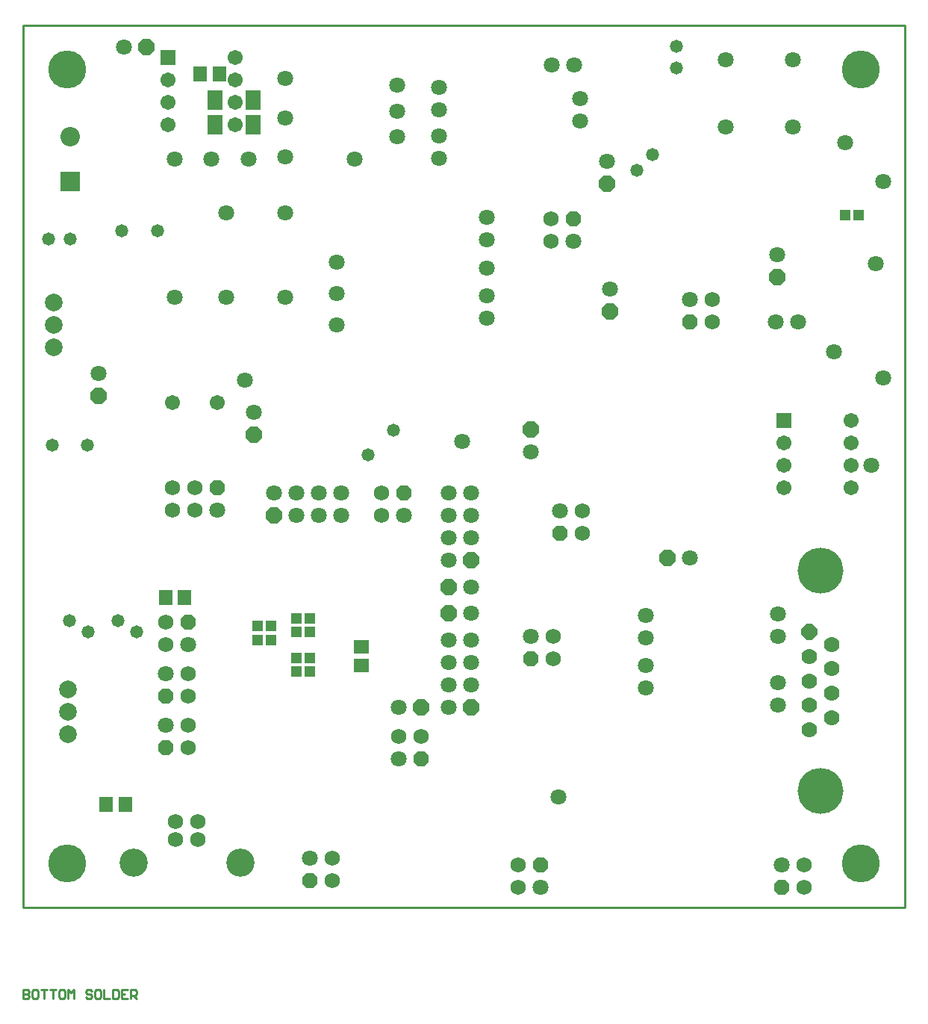
<source format=gbs>
%FSAX24Y24*%
%MOIN*%
G70*
G01*
G75*
G04 Layer_Color=16711935*
%ADD10C,0.0100*%
%ADD11R,0.0630X0.0512*%
%ADD12R,0.0512X0.0630*%
%ADD13R,0.0400X0.0400*%
%ADD14R,0.0400X0.0400*%
%ADD15R,0.0532X0.0394*%
%ADD16R,0.0374X0.0394*%
G04:AMPARAMS|DCode=17|XSize=86.6mil|YSize=27.6mil|CornerRadius=6.9mil|HoleSize=0mil|Usage=FLASHONLY|Rotation=90.000|XOffset=0mil|YOffset=0mil|HoleType=Round|Shape=RoundedRectangle|*
%AMROUNDEDRECTD17*
21,1,0.0866,0.0138,0,0,90.0*
21,1,0.0728,0.0276,0,0,90.0*
1,1,0.0138,0.0069,0.0364*
1,1,0.0138,0.0069,-0.0364*
1,1,0.0138,-0.0069,-0.0364*
1,1,0.0138,-0.0069,0.0364*
%
%ADD17ROUNDEDRECTD17*%
%ADD18O,0.0276X0.0866*%
G04:AMPARAMS|DCode=19|XSize=59.1mil|YSize=15.7mil|CornerRadius=3.9mil|HoleSize=0mil|Usage=FLASHONLY|Rotation=270.000|XOffset=0mil|YOffset=0mil|HoleType=Round|Shape=RoundedRectangle|*
%AMROUNDEDRECTD19*
21,1,0.0591,0.0079,0,0,270.0*
21,1,0.0512,0.0157,0,0,270.0*
1,1,0.0079,-0.0039,-0.0256*
1,1,0.0079,-0.0039,0.0256*
1,1,0.0079,0.0039,0.0256*
1,1,0.0079,0.0039,-0.0256*
%
%ADD19ROUNDEDRECTD19*%
%ADD20R,0.0600X0.0470*%
%ADD21R,0.0472X0.0591*%
%ADD22R,0.0591X0.0472*%
%ADD23R,0.0600X0.0825*%
%ADD24R,0.0550X0.0650*%
%ADD25R,0.0650X0.0550*%
G04:AMPARAMS|DCode=26|XSize=10.2mil|YSize=82.7mil|CornerRadius=2.6mil|HoleSize=0mil|Usage=FLASHONLY|Rotation=270.000|XOffset=0mil|YOffset=0mil|HoleType=Round|Shape=RoundedRectangle|*
%AMROUNDEDRECTD26*
21,1,0.0102,0.0776,0,0,270.0*
21,1,0.0051,0.0827,0,0,270.0*
1,1,0.0051,-0.0388,-0.0026*
1,1,0.0051,-0.0388,0.0026*
1,1,0.0051,0.0388,0.0026*
1,1,0.0051,0.0388,-0.0026*
%
%ADD26ROUNDEDRECTD26*%
G04:AMPARAMS|DCode=27|XSize=10.2mil|YSize=82.7mil|CornerRadius=2.6mil|HoleSize=0mil|Usage=FLASHONLY|Rotation=0.000|XOffset=0mil|YOffset=0mil|HoleType=Round|Shape=RoundedRectangle|*
%AMROUNDEDRECTD27*
21,1,0.0102,0.0776,0,0,0.0*
21,1,0.0051,0.0827,0,0,0.0*
1,1,0.0051,0.0026,-0.0388*
1,1,0.0051,-0.0026,-0.0388*
1,1,0.0051,-0.0026,0.0388*
1,1,0.0051,0.0026,0.0388*
%
%ADD27ROUNDEDRECTD27*%
%ADD28R,0.0394X0.0394*%
%ADD29R,0.1969X0.0827*%
G04:AMPARAMS|DCode=30|XSize=86.6mil|YSize=27.6mil|CornerRadius=6.9mil|HoleSize=0mil|Usage=FLASHONLY|Rotation=0.000|XOffset=0mil|YOffset=0mil|HoleType=Round|Shape=RoundedRectangle|*
%AMROUNDEDRECTD30*
21,1,0.0866,0.0138,0,0,0.0*
21,1,0.0728,0.0276,0,0,0.0*
1,1,0.0138,0.0364,-0.0069*
1,1,0.0138,-0.0364,-0.0069*
1,1,0.0138,-0.0364,0.0069*
1,1,0.0138,0.0364,0.0069*
%
%ADD30ROUNDEDRECTD30*%
%ADD31O,0.0866X0.0276*%
%ADD32R,0.0394X0.0374*%
%ADD33R,0.0394X0.0532*%
%ADD34C,0.1000*%
%ADD35C,0.0400*%
%ADD36C,0.0500*%
%ADD37C,0.0250*%
%ADD38C,0.0300*%
%ADD39C,0.0200*%
%ADD40C,0.0600*%
%ADD41C,0.0150*%
%ADD42C,0.0180*%
%ADD43C,0.0650*%
%ADD44C,0.0800*%
%ADD45C,0.0700*%
%ADD46C,0.0450*%
%ADD47C,0.0550*%
%ADD48C,0.0350*%
%ADD49C,0.0110*%
%ADD50P,0.0682X8X22.5*%
%ADD51C,0.0630*%
%ADD52P,0.0671X8X292.5*%
%ADD53C,0.0620*%
%ADD54C,0.1967*%
%ADD55C,0.0500*%
%ADD56C,0.0591*%
%ADD57R,0.0591X0.0591*%
%ADD58P,0.0649X8X112.5*%
%ADD59C,0.0600*%
%ADD60C,0.0709*%
%ADD61P,0.0682X8X112.5*%
%ADD62C,0.0787*%
%ADD63R,0.0787X0.0787*%
%ADD64P,0.0649X8X202.5*%
%ADD65C,0.1614*%
%ADD66C,0.0610*%
%ADD67C,0.1181*%
%ADD68C,0.1181*%
%ADD69C,0.0450*%
%ADD70C,0.0160*%
%ADD71C,0.0080*%
%ADD72C,0.0090*%
%ADD73C,0.0120*%
%ADD74C,0.0079*%
%ADD75R,0.0710X0.0592*%
%ADD76R,0.0592X0.0710*%
%ADD77R,0.0480X0.0480*%
%ADD78R,0.0480X0.0480*%
%ADD79R,0.0612X0.0474*%
%ADD80R,0.0454X0.0474*%
G04:AMPARAMS|DCode=81|XSize=94.6mil|YSize=35.6mil|CornerRadius=8.9mil|HoleSize=0mil|Usage=FLASHONLY|Rotation=90.000|XOffset=0mil|YOffset=0mil|HoleType=Round|Shape=RoundedRectangle|*
%AMROUNDEDRECTD81*
21,1,0.0946,0.0178,0,0,90.0*
21,1,0.0768,0.0356,0,0,90.0*
1,1,0.0178,0.0089,0.0384*
1,1,0.0178,0.0089,-0.0384*
1,1,0.0178,-0.0089,-0.0384*
1,1,0.0178,-0.0089,0.0384*
%
%ADD81ROUNDEDRECTD81*%
%ADD82O,0.0356X0.0946*%
G04:AMPARAMS|DCode=83|XSize=62.6mil|YSize=19.2mil|CornerRadius=4.8mil|HoleSize=0mil|Usage=FLASHONLY|Rotation=270.000|XOffset=0mil|YOffset=0mil|HoleType=Round|Shape=RoundedRectangle|*
%AMROUNDEDRECTD83*
21,1,0.0626,0.0096,0,0,270.0*
21,1,0.0529,0.0192,0,0,270.0*
1,1,0.0096,-0.0048,-0.0265*
1,1,0.0096,-0.0048,0.0265*
1,1,0.0096,0.0048,0.0265*
1,1,0.0096,0.0048,-0.0265*
%
%ADD83ROUNDEDRECTD83*%
%ADD84R,0.0680X0.0550*%
%ADD85R,0.0552X0.0671*%
%ADD86R,0.0671X0.0552*%
%ADD87R,0.0680X0.0905*%
%ADD88R,0.0630X0.0730*%
G04:AMPARAMS|DCode=89|XSize=62.1mil|YSize=18.7mil|CornerRadius=4.7mil|HoleSize=0mil|Usage=FLASHONLY|Rotation=270.000|XOffset=0mil|YOffset=0mil|HoleType=Round|Shape=RoundedRectangle|*
%AMROUNDEDRECTD89*
21,1,0.0621,0.0094,0,0,270.0*
21,1,0.0527,0.0187,0,0,270.0*
1,1,0.0094,-0.0047,-0.0263*
1,1,0.0094,-0.0047,0.0263*
1,1,0.0094,0.0047,0.0263*
1,1,0.0094,0.0047,-0.0263*
%
%ADD89ROUNDEDRECTD89*%
%ADD90R,0.0730X0.0630*%
G04:AMPARAMS|DCode=91|XSize=13.2mil|YSize=85.7mil|CornerRadius=3.3mil|HoleSize=0mil|Usage=FLASHONLY|Rotation=270.000|XOffset=0mil|YOffset=0mil|HoleType=Round|Shape=RoundedRectangle|*
%AMROUNDEDRECTD91*
21,1,0.0132,0.0791,0,0,270.0*
21,1,0.0066,0.0857,0,0,270.0*
1,1,0.0066,-0.0395,-0.0033*
1,1,0.0066,-0.0395,0.0033*
1,1,0.0066,0.0395,0.0033*
1,1,0.0066,0.0395,-0.0033*
%
%ADD91ROUNDEDRECTD91*%
G04:AMPARAMS|DCode=92|XSize=13.2mil|YSize=85.7mil|CornerRadius=3.3mil|HoleSize=0mil|Usage=FLASHONLY|Rotation=0.000|XOffset=0mil|YOffset=0mil|HoleType=Round|Shape=RoundedRectangle|*
%AMROUNDEDRECTD92*
21,1,0.0132,0.0791,0,0,0.0*
21,1,0.0066,0.0857,0,0,0.0*
1,1,0.0066,0.0033,-0.0395*
1,1,0.0066,-0.0033,-0.0395*
1,1,0.0066,-0.0033,0.0395*
1,1,0.0066,0.0033,0.0395*
%
%ADD92ROUNDEDRECTD92*%
%ADD93R,0.0474X0.0474*%
%ADD94R,0.2049X0.0907*%
G04:AMPARAMS|DCode=95|XSize=94.6mil|YSize=35.6mil|CornerRadius=8.9mil|HoleSize=0mil|Usage=FLASHONLY|Rotation=0.000|XOffset=0mil|YOffset=0mil|HoleType=Round|Shape=RoundedRectangle|*
%AMROUNDEDRECTD95*
21,1,0.0946,0.0178,0,0,0.0*
21,1,0.0768,0.0356,0,0,0.0*
1,1,0.0178,0.0384,-0.0089*
1,1,0.0178,-0.0384,-0.0089*
1,1,0.0178,-0.0384,0.0089*
1,1,0.0178,0.0384,0.0089*
%
%ADD95ROUNDEDRECTD95*%
%ADD96O,0.0946X0.0356*%
%ADD97R,0.0474X0.0454*%
%ADD98R,0.0474X0.0612*%
%ADD99P,0.0768X8X22.5*%
%ADD100C,0.0710*%
%ADD101P,0.0758X8X292.5*%
%ADD102C,0.0700*%
%ADD103C,0.2047*%
%ADD104C,0.0580*%
%ADD105C,0.0671*%
%ADD106R,0.0671X0.0671*%
%ADD107P,0.0736X8X112.5*%
%ADD108C,0.0680*%
%ADD109C,0.0789*%
%ADD110P,0.0768X8X112.5*%
%ADD111C,0.0867*%
%ADD112R,0.0867X0.0867*%
%ADD113P,0.0736X8X202.5*%
%ADD114C,0.1694*%
%ADD115C,0.0690*%
%ADD116C,0.1261*%
%ADD117C,0.1261*%
D10*
X019570Y015680D02*
Y055050D01*
X058940Y015680D02*
Y055050D01*
X019570D02*
X058940D01*
X019570Y015680D02*
X058940D01*
D49*
X019570Y012030D02*
Y011630D01*
X019770D01*
X019837Y011697D01*
Y011763D01*
X019770Y011830D01*
X019570D01*
X019770D01*
X019837Y011897D01*
Y011963D01*
X019770Y012030D01*
X019570D01*
X020170D02*
X020037D01*
X019970Y011963D01*
Y011697D01*
X020037Y011630D01*
X020170D01*
X020236Y011697D01*
Y011963D01*
X020170Y012030D01*
X020370D02*
X020636D01*
X020503D01*
Y011630D01*
X020770Y012030D02*
X021036D01*
X020903D01*
Y011630D01*
X021369Y012030D02*
X021236D01*
X021169Y011963D01*
Y011697D01*
X021236Y011630D01*
X021369D01*
X021436Y011697D01*
Y011963D01*
X021369Y012030D01*
X021569Y011630D02*
Y012030D01*
X021703Y011897D01*
X021836Y012030D01*
Y011630D01*
X022636Y011963D02*
X022569Y012030D01*
X022436D01*
X022369Y011963D01*
Y011897D01*
X022436Y011830D01*
X022569D01*
X022636Y011763D01*
Y011697D01*
X022569Y011630D01*
X022436D01*
X022369Y011697D01*
X022969Y012030D02*
X022836D01*
X022769Y011963D01*
Y011697D01*
X022836Y011630D01*
X022969D01*
X023036Y011697D01*
Y011963D01*
X022969Y012030D01*
X023169D02*
Y011630D01*
X023435D01*
X023569Y012030D02*
Y011630D01*
X023769D01*
X023835Y011697D01*
Y011963D01*
X023769Y012030D01*
X023569D01*
X024235D02*
X023969D01*
Y011630D01*
X024235D01*
X023969Y011830D02*
X024102D01*
X024368Y011630D02*
Y012030D01*
X024568D01*
X024635Y011963D01*
Y011830D01*
X024568Y011763D01*
X024368D01*
X024502D02*
X024635Y011630D01*
D75*
X034670Y027330D02*
D03*
Y026480D02*
D03*
D76*
X023270Y020280D02*
D03*
X024120D02*
D03*
X025920Y029530D02*
D03*
X026770D02*
D03*
X028320Y052900D02*
D03*
X027470D02*
D03*
D77*
X030620Y027620D02*
D03*
X030020D02*
D03*
Y028240D02*
D03*
X030620D02*
D03*
X032370Y027970D02*
D03*
X031770D02*
D03*
Y028600D02*
D03*
X032370D02*
D03*
X032350Y026210D02*
D03*
X031750D02*
D03*
Y026830D02*
D03*
X032350D02*
D03*
X056870Y046580D02*
D03*
X056270D02*
D03*
D87*
X028120Y050630D02*
D03*
Y051730D02*
D03*
X029820Y050630D02*
D03*
Y051730D02*
D03*
D99*
X038570Y029980D02*
D03*
X037320Y024630D02*
D03*
X038570Y028830D02*
D03*
X025070Y054080D02*
D03*
X030770Y033180D02*
D03*
X048320Y031280D02*
D03*
D100*
X039570Y029980D02*
D03*
X053920Y053530D02*
D03*
Y050530D02*
D03*
X050920Y053530D02*
D03*
Y050530D02*
D03*
X034370Y049080D02*
D03*
X044420Y051780D02*
D03*
Y050780D02*
D03*
X043170Y053280D02*
D03*
X038120Y049130D02*
D03*
X031270Y049180D02*
D03*
Y052680D02*
D03*
X038120Y051280D02*
D03*
Y050130D02*
D03*
Y052280D02*
D03*
X036270Y052380D02*
D03*
Y050080D02*
D03*
X047370Y025480D02*
D03*
Y026480D02*
D03*
Y027730D02*
D03*
Y028730D02*
D03*
X053270Y025730D02*
D03*
Y024730D02*
D03*
Y027780D02*
D03*
Y028780D02*
D03*
X043470Y020630D02*
D03*
X056270Y049830D02*
D03*
X028620Y046680D02*
D03*
X029470Y039230D02*
D03*
X027970Y049080D02*
D03*
X029620D02*
D03*
X036320Y024630D02*
D03*
Y022330D02*
D03*
X022920Y039530D02*
D03*
X039570Y028830D02*
D03*
X038570Y024630D02*
D03*
X039570Y025630D02*
D03*
X038570D02*
D03*
Y026630D02*
D03*
Y027630D02*
D03*
X039570D02*
D03*
Y026630D02*
D03*
Y033180D02*
D03*
Y034180D02*
D03*
X038570D02*
D03*
Y033180D02*
D03*
Y032180D02*
D03*
X039570D02*
D03*
X038570Y031180D02*
D03*
X024070Y054080D02*
D03*
X028220Y033430D02*
D03*
X042670Y016580D02*
D03*
X053420Y017580D02*
D03*
X042220Y027780D02*
D03*
X025920Y026130D02*
D03*
Y023830D02*
D03*
X032370Y017880D02*
D03*
X030770Y034180D02*
D03*
X031770Y033180D02*
D03*
Y034180D02*
D03*
X032770D02*
D03*
X033770D02*
D03*
Y033180D02*
D03*
X032770D02*
D03*
X057420Y035430D02*
D03*
X049320Y031280D02*
D03*
X057970Y048080D02*
D03*
X054170Y041830D02*
D03*
X053170D02*
D03*
X055770Y040480D02*
D03*
X057620Y044430D02*
D03*
X053220Y044830D02*
D03*
X049320Y042830D02*
D03*
X045620Y048980D02*
D03*
X029870Y037780D02*
D03*
X028620Y042930D02*
D03*
X026320Y049080D02*
D03*
X044170Y053280D02*
D03*
X036270Y051230D02*
D03*
X031270Y050930D02*
D03*
X043520Y033380D02*
D03*
X044120Y045430D02*
D03*
X042220Y036030D02*
D03*
X045770Y043280D02*
D03*
X033570Y043080D02*
D03*
X040270Y045480D02*
D03*
X033570Y044480D02*
D03*
X040270Y046480D02*
D03*
Y044230D02*
D03*
Y041980D02*
D03*
X033570Y041680D02*
D03*
X040270Y042980D02*
D03*
X031270Y042930D02*
D03*
Y046680D02*
D03*
X039170Y036480D02*
D03*
X026920Y027430D02*
D03*
X036570Y033180D02*
D03*
X026320Y042930D02*
D03*
X057970Y039330D02*
D03*
D101*
X054670Y027980D02*
D03*
D102*
Y026888D02*
D03*
Y025797D02*
D03*
Y024705D02*
D03*
Y023613D02*
D03*
X055670Y027430D02*
D03*
Y026338D02*
D03*
Y025247D02*
D03*
Y024155D02*
D03*
D103*
X055170Y030722D02*
D03*
Y020880D02*
D03*
D104*
X023970Y045880D02*
D03*
X025545D02*
D03*
X034977Y035873D02*
D03*
X036091Y036986D02*
D03*
X048720Y053146D02*
D03*
Y054130D02*
D03*
X047666Y049276D02*
D03*
X046970Y048580D02*
D03*
X023778Y028482D02*
D03*
X024630Y027990D02*
D03*
X022472Y027988D02*
D03*
X021620Y028480D02*
D03*
X022420Y036330D02*
D03*
X020845D02*
D03*
X021670Y045530D02*
D03*
X020686D02*
D03*
D105*
X053520Y036430D02*
D03*
Y035430D02*
D03*
Y034430D02*
D03*
X056520D02*
D03*
Y035430D02*
D03*
Y036430D02*
D03*
Y037430D02*
D03*
X026220Y038230D02*
D03*
X028220D02*
D03*
X029020Y053630D02*
D03*
Y052630D02*
D03*
Y051630D02*
D03*
Y050630D02*
D03*
X026020D02*
D03*
Y051630D02*
D03*
Y052630D02*
D03*
D106*
X053520Y037430D02*
D03*
X026020Y053630D02*
D03*
D107*
X037320Y022330D02*
D03*
D108*
Y023330D02*
D03*
X036320D02*
D03*
X026220Y033430D02*
D03*
Y034430D02*
D03*
X027220Y033430D02*
D03*
Y034430D02*
D03*
X041670Y017580D02*
D03*
Y016580D02*
D03*
X054420D02*
D03*
Y017580D02*
D03*
X043220Y027780D02*
D03*
Y026780D02*
D03*
X026920Y025130D02*
D03*
Y026130D02*
D03*
Y022830D02*
D03*
Y023830D02*
D03*
X033370Y016880D02*
D03*
Y017880D02*
D03*
X050320Y042830D02*
D03*
Y041830D02*
D03*
X044520Y033380D02*
D03*
Y032380D02*
D03*
X043120Y045430D02*
D03*
Y046430D02*
D03*
X025920Y028430D02*
D03*
Y027430D02*
D03*
X035570Y034180D02*
D03*
Y033180D02*
D03*
D109*
X021570Y025430D02*
D03*
Y024430D02*
D03*
Y023430D02*
D03*
X020920Y040680D02*
D03*
Y041680D02*
D03*
Y042680D02*
D03*
D110*
X022920Y038530D02*
D03*
X039570Y024630D02*
D03*
Y031180D02*
D03*
X053220Y043830D02*
D03*
X045620Y047980D02*
D03*
X029870Y036780D02*
D03*
X042220Y037030D02*
D03*
X045770Y042280D02*
D03*
D111*
X021670Y050080D02*
D03*
D112*
Y048080D02*
D03*
D113*
X028220Y034430D02*
D03*
X042670Y017580D02*
D03*
X053420Y016580D02*
D03*
X042220Y026780D02*
D03*
X025920Y025130D02*
D03*
Y022830D02*
D03*
X032370Y016880D02*
D03*
X049320Y041830D02*
D03*
X043520Y032380D02*
D03*
X044120Y046430D02*
D03*
X026920Y028430D02*
D03*
X036570Y034180D02*
D03*
D114*
X021539Y017649D02*
D03*
X056972Y053082D02*
D03*
X021539D02*
D03*
X056972Y017649D02*
D03*
D115*
X027370Y019530D02*
D03*
X026370D02*
D03*
Y018730D02*
D03*
X027370D02*
D03*
D116*
X024508Y017676D02*
D03*
D117*
X029248Y017676D02*
D03*
M02*

</source>
